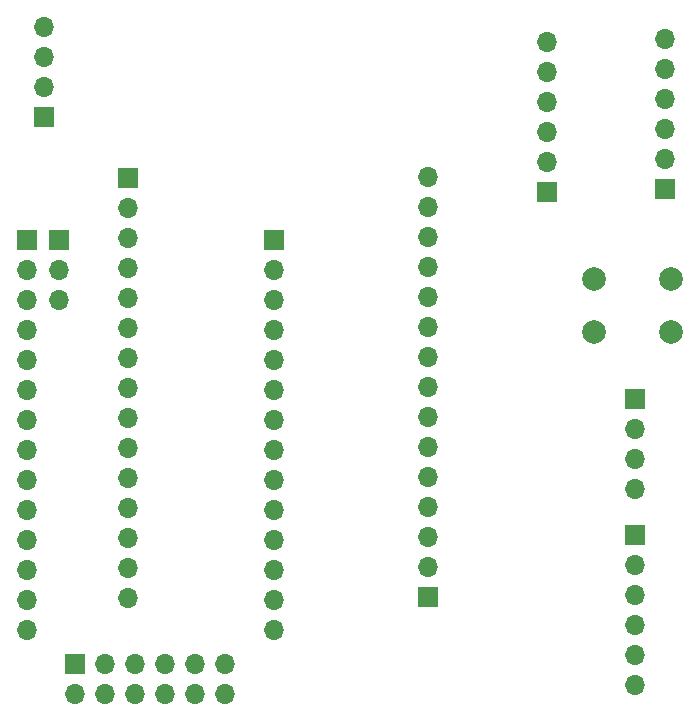
<source format=gts>
G04 #@! TF.GenerationSoftware,KiCad,Pcbnew,(6.0.10)*
G04 #@! TF.CreationDate,2023-06-06T06:07:39+02:00*
G04 #@! TF.ProjectId,RECOLOCADOR_ESP32_DEV_KIT_V1_VERSIONFINAL,5245434f-4c4f-4434-9144-4f525f455350,FINAL*
G04 #@! TF.SameCoordinates,Original*
G04 #@! TF.FileFunction,Soldermask,Top*
G04 #@! TF.FilePolarity,Negative*
%FSLAX46Y46*%
G04 Gerber Fmt 4.6, Leading zero omitted, Abs format (unit mm)*
G04 Created by KiCad (PCBNEW (6.0.10)) date 2023-06-06 06:07:39*
%MOMM*%
%LPD*%
G01*
G04 APERTURE LIST*
%ADD10R,1.700000X1.700000*%
%ADD11O,1.700000X1.700000*%
%ADD12C,2.000000*%
G04 APERTURE END LIST*
D10*
X189000000Y-87160000D03*
D11*
X189000000Y-84620000D03*
X189000000Y-82080000D03*
X189000000Y-79540000D03*
X189000000Y-77000000D03*
X189000000Y-74460000D03*
D10*
X136430000Y-81030000D03*
D11*
X136430000Y-78490000D03*
X136430000Y-75950000D03*
X136430000Y-73410000D03*
D10*
X186500000Y-116380000D03*
D11*
X186500000Y-118920000D03*
X186500000Y-121460000D03*
X186500000Y-124000000D03*
X186500000Y-126540000D03*
X186500000Y-129080000D03*
D10*
X168950000Y-121700000D03*
D11*
X168950000Y-119160000D03*
X168950000Y-116620000D03*
X168950000Y-114080000D03*
X168950000Y-111540000D03*
X168950000Y-109000000D03*
X168950000Y-106460000D03*
X168950000Y-103920000D03*
X168950000Y-101380000D03*
X168950000Y-98840000D03*
X168950000Y-96300000D03*
X168950000Y-93760000D03*
X168950000Y-91220000D03*
X168950000Y-88680000D03*
X168950000Y-86140000D03*
D10*
X143525000Y-86210000D03*
D11*
X143525000Y-88750000D03*
X143525000Y-91290000D03*
X143525000Y-93830000D03*
X143525000Y-96370000D03*
X143525000Y-98910000D03*
X143525000Y-101450000D03*
X143525000Y-103990000D03*
X143525000Y-106530000D03*
X143525000Y-109070000D03*
X143525000Y-111610000D03*
X143525000Y-114150000D03*
X143525000Y-116690000D03*
X143525000Y-119230000D03*
X143525000Y-121770000D03*
D12*
X189500000Y-94750000D03*
X183000000Y-94750000D03*
X183000000Y-99250000D03*
X189500000Y-99250000D03*
D10*
X186500000Y-104880000D03*
D11*
X186500000Y-107420000D03*
X186500000Y-109960000D03*
X186500000Y-112500000D03*
D10*
X179000000Y-87350000D03*
D11*
X179000000Y-84810000D03*
X179000000Y-82270000D03*
X179000000Y-79730000D03*
X179000000Y-77190000D03*
X179000000Y-74650000D03*
D10*
X134960000Y-91475000D03*
D11*
X134960000Y-94015000D03*
X134960000Y-96555000D03*
X134960000Y-99095000D03*
X134960000Y-101635000D03*
X134960000Y-104175000D03*
X134960000Y-106715000D03*
X134960000Y-109255000D03*
X134960000Y-111795000D03*
X134960000Y-114335000D03*
X134960000Y-116875000D03*
X134960000Y-119415000D03*
X134960000Y-121955000D03*
X134960000Y-124495000D03*
D10*
X155915000Y-91475000D03*
D11*
X155915000Y-94015000D03*
X155915000Y-96555000D03*
X155915000Y-99095000D03*
X155915000Y-101635000D03*
X155915000Y-104175000D03*
X155915000Y-106715000D03*
X155915000Y-109255000D03*
X155915000Y-111795000D03*
X155915000Y-114335000D03*
X155915000Y-116875000D03*
X155915000Y-119415000D03*
X155915000Y-121955000D03*
X155915000Y-124495000D03*
D10*
X137720000Y-91480000D03*
D11*
X137720000Y-94020000D03*
X137720000Y-96560000D03*
D10*
X139050000Y-127325000D03*
D11*
X139050000Y-129865000D03*
X141590000Y-127325000D03*
X141590000Y-129865000D03*
X144130000Y-127325000D03*
X144130000Y-129865000D03*
X146670000Y-127325000D03*
X146670000Y-129865000D03*
X149210000Y-127325000D03*
X149210000Y-129865000D03*
X151750000Y-127325000D03*
X151750000Y-129865000D03*
M02*

</source>
